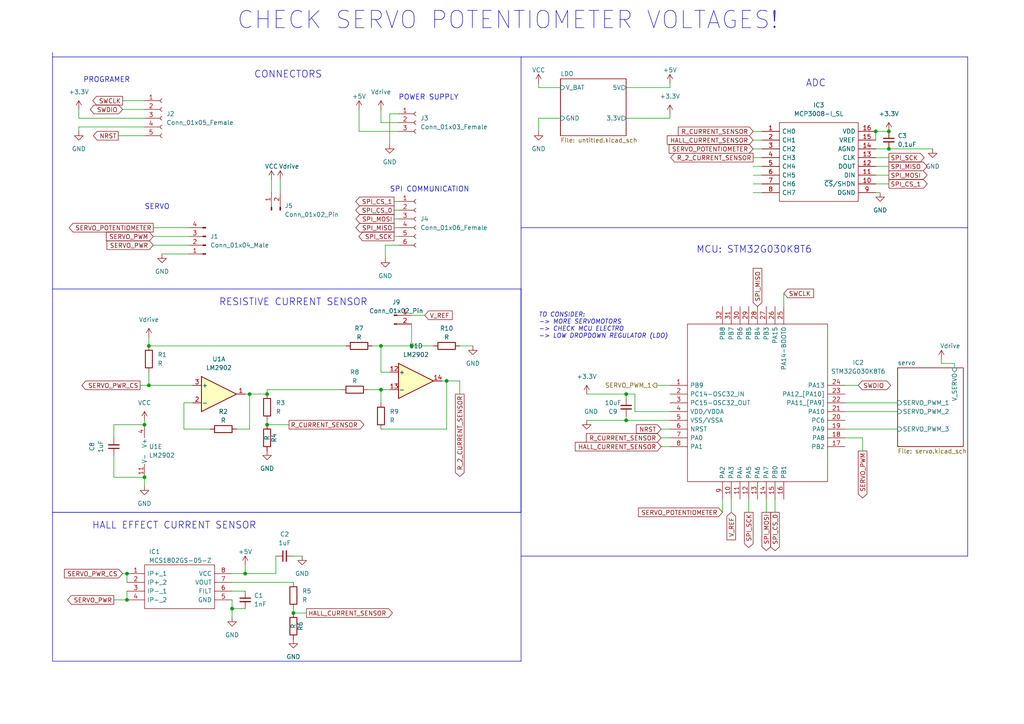
<source format=kicad_sch>
(kicad_sch (version 20230121) (generator eeschema)
  (paper "A4")
  (lib_symbols
    (symbol "Amplifier_Operational:LM2902" (pin_names (offset 0.127))
      (property "Reference" "U" (at 0 5.08 0))
      (property "Value" "LM2902" (at 0 -5.08 0))
      (symbol "LM2902_1_1"
        (polyline (pts (xy -5.08 5.08) (xy 5.08 0) (xy -5.08 -5.08) (xy -5.08 5.08)) (stroke (width 0.254)) (fill (type background)))
        (pin output line (at 7.62 0 180) (length 2.54) (name "~") (number "1"))
        (pin input line (at -7.62 -2.54 0) (length 2.54) (name "-") (number "2"))
        (pin input line (at -7.62 2.54 0) (length 2.54) (name "+") (number "3"))
      )
      (symbol "LM2902_2_1"
        (polyline (pts (xy -5.08 5.08) (xy 5.08 0) (xy -5.08 -5.08) (xy -5.08 5.08)) (stroke (width 0.254)) (fill (type background)))
        (pin input line (at -7.62 2.54 0) (length 2.54) (name "+") (number "5"))
        (pin input line (at -7.62 -2.54 0) (length 2.54) (name "-") (number "6"))
        (pin output line (at 7.62 0 180) (length 2.54) (name "~") (number "7"))
      )
      (symbol "LM2902_3_1"
        (polyline (pts (xy -5.08 5.08) (xy 5.08 0) (xy -5.08 -5.08) (xy -5.08 5.08)) (stroke (width 0.254)) (fill (type background)))
        (pin input line (at -7.62 2.54 0) (length 2.54) (name "+") (number "10"))
        (pin output line (at 7.62 0 180) (length 2.54) (name "~") (number "8"))
        (pin input line (at -7.62 -2.54 0) (length 2.54) (name "-") (number "9"))
      )
      (symbol "LM2902_4_1"
        (polyline (pts (xy -5.08 5.08) (xy 5.08 0) (xy -5.08 -5.08) (xy -5.08 5.08)) (stroke (width 0.254)) (fill (type background)))
        (pin input line (at -7.62 2.54 0) (length 2.54) (name "+") (number "12"))
        (pin input line (at -7.62 -2.54 0) (length 2.54) (name "-") (number "13"))
        (pin output line (at 7.62 0 180) (length 2.54) (name "~") (number "14"))
      )
      (symbol "LM2902_5_1"
        (pin power_in line (at -2.54 -7.62 90) (length 3.81) (name "V-") (number "11"))
        (pin power_in line (at -2.54 7.62 270) (length 3.81) (name "V+") (number "4"))
      )
    )
    (symbol "Connector:Conn_01x02_Pin" (pin_names (offset 1.016) hide)
      (property "Reference" "J" (at 0 2.54 0))
      (property "Value" "Conn_01x02_Pin" (at 0 -5.08 0))
      (symbol "Conn_01x02_Pin_1_1"
        (polyline (pts (xy 1.27 -2.54) (xy 0.8636 -2.54)) (stroke (width 0.1524)))
        (polyline (pts (xy 1.27 0) (xy 0.8636 0)) (stroke (width 0.1524)))
        (rectangle (start 0.8636 -2.413) (end 0 -2.667) (stroke (width 0.1524)) (fill (type outline)))
        (rectangle (start 0.8636 0.127) (end 0 -0.127) (stroke (width 0.1524)) (fill (type outline)))
        (pin passive line (at 5.08 0 180) (length 3.81) (name "Pin_1") (number "1"))
        (pin passive line (at 5.08 -2.54 180) (length 3.81) (name "Pin_2") (number "2"))
      )
    )
    (symbol "Connector:Conn_01x03_Female" (pin_names (offset 1.016) hide)
      (property "Reference" "J" (at 0 5.08 0))
      (property "Value" "Conn_01x03_Female" (at 0 -5.08 0))
      (symbol "Conn_01x03_Female_1_1"
        (arc (start 0 -2.032) (mid -0.5058 -2.54) (end 0 -3.048) (stroke (width 0.1524)))
        (polyline (pts (xy -1.27 -2.54) (xy -0.508 -2.54)) (stroke (width 0.1524)))
        (polyline (pts (xy -1.27 0) (xy -0.508 0)) (stroke (width 0.1524)))
        (polyline (pts (xy -1.27 2.54) (xy -0.508 2.54)) (stroke (width 0.1524)))
        (arc (start 0 0.508) (mid -0.5058 0) (end 0 -0.508) (stroke (width 0.1524)))
        (arc (start 0 3.048) (mid -0.5058 2.54) (end 0 2.032) (stroke (width 0.1524)))
        (pin passive line (at -5.08 2.54 0) (length 3.81) (name "Pin_1") (number "1"))
        (pin passive line (at -5.08 0 0) (length 3.81) (name "Pin_2") (number "2"))
        (pin passive line (at -5.08 -2.54 0) (length 3.81) (name "Pin_3") (number "3"))
      )
    )
    (symbol "Connector:Conn_01x04_Male" (pin_names (offset 1.016) hide)
      (property "Reference" "J" (at 0 5.08 0))
      (property "Value" "Conn_01x04_Male" (at 0 -7.62 0))
      (symbol "Conn_01x04_Male_1_1"
        (polyline (pts (xy 1.27 -5.08) (xy 0.8636 -5.08)) (stroke (width 0.1524)))
        (polyline (pts (xy 1.27 -2.54) (xy 0.8636 -2.54)) (stroke (width 0.1524)))
        (polyline (pts (xy 1.27 0) (xy 0.8636 0)) (stroke (width 0.1524)))
        (polyline (pts (xy 1.27 2.54) (xy 0.8636 2.54)) (stroke (width 0.1524)))
        (rectangle (start 0.8636 -4.953) (end 0 -5.207) (stroke (width 0.1524)) (fill (type outline)))
        (rectangle (start 0.8636 -2.413) (end 0 -2.667) (stroke (width 0.1524)) (fill (type outline)))
        (rectangle (start 0.8636 0.127) (end 0 -0.127) (stroke (width 0.1524)) (fill (type outline)))
        (rectangle (start 0.8636 2.667) (end 0 2.413) (stroke (width 0.1524)) (fill (type outline)))
        (pin passive line (at 5.08 2.54 180) (length 3.81) (name "Pin_1") (number "1"))
        (pin passive line (at 5.08 0 180) (length 3.81) (name "Pin_2") (number "2"))
        (pin passive line (at 5.08 -2.54 180) (length 3.81) (name "Pin_3") (number "3"))
        (pin passive line (at 5.08 -5.08 180) (length 3.81) (name "Pin_4") (number "4"))
      )
    )
    (symbol "Connector:Conn_01x05_Female" (pin_names (offset 1.016) hide)
      (property "Reference" "J" (at 0 7.62 0))
      (property "Value" "Conn_01x05_Female" (at 0 -7.62 0))
      (symbol "Conn_01x05_Female_1_1"
        (arc (start 0 -4.572) (mid -0.5058 -5.08) (end 0 -5.588) (stroke (width 0.1524)))
        (arc (start 0 -2.032) (mid -0.5058 -2.54) (end 0 -3.048) (stroke (width 0.1524)))
        (polyline (pts (xy -1.27 -5.08) (xy -0.508 -5.08)) (stroke (width 0.1524)))
        (polyline (pts (xy -1.27 -2.54) (xy -0.508 -2.54)) (stroke (width 0.1524)))
        (polyline (pts (xy -1.27 0) (xy -0.508 0)) (stroke (width 0.1524)))
        (polyline (pts (xy -1.27 2.54) (xy -0.508 2.54)) (stroke (width 0.1524)))
        (polyline (pts (xy -1.27 5.08) (xy -0.508 5.08)) (stroke (width 0.1524)))
        (arc (start 0 0.508) (mid -0.5058 0) (end 0 -0.508) (stroke (width 0.1524)))
        (arc (start 0 3.048) (mid -0.5058 2.54) (end 0 2.032) (stroke (width 0.1524)))
        (arc (start 0 5.588) (mid -0.5058 5.08) (end 0 4.572) (stroke (width 0.1524)))
        (pin passive line (at -5.08 5.08 0) (length 3.81) (name "Pin_1") (number "1"))
        (pin passive line (at -5.08 2.54 0) (length 3.81) (name "Pin_2") (number "2"))
        (pin passive line (at -5.08 0 0) (length 3.81) (name "Pin_3") (number "3"))
        (pin passive line (at -5.08 -2.54 0) (length 3.81) (name "Pin_4") (number "4"))
        (pin passive line (at -5.08 -5.08 0) (length 3.81) (name "Pin_5") (number "5"))
      )
    )
    (symbol "Connector:Conn_01x06_Female" (pin_names (offset 1.016) hide)
      (property "Reference" "J" (at 0 7.62 0))
      (property "Value" "Conn_01x06_Female" (at 0 -10.16 0))
      (symbol "Conn_01x06_Female_1_1"
        (arc (start 0 -7.112) (mid -0.5058 -7.62) (end 0 -8.128) (stroke (width 0.1524)))
        (arc (start 0 -4.572) (mid -0.5058 -5.08) (end 0 -5.588) (stroke (width 0.1524)))
        (arc (start 0 -2.032) (mid -0.5058 -2.54) (end 0 -3.048) (stroke (width 0.1524)))
        (polyline (pts (xy -1.27 -7.62) (xy -0.508 -7.62)) (stroke (width 0.1524)))
        (polyline (pts (xy -1.27 -5.08) (xy -0.508 -5.08)) (stroke (width 0.1524)))
        (polyline (pts (xy -1.27 -2.54) (xy -0.508 -2.54)) (stroke (width 0.1524)))
        (polyline (pts (xy -1.27 0) (xy -0.508 0)) (stroke (width 0.1524)))
        (polyline (pts (xy -1.27 2.54) (xy -0.508 2.54)) (stroke (width 0.1524)))
        (polyline (pts (xy -1.27 5.08) (xy -0.508 5.08)) (stroke (width 0.1524)))
        (arc (start 0 0.508) (mid -0.5058 0) (end 0 -0.508) (stroke (width 0.1524)))
        (arc (start 0 3.048) (mid -0.5058 2.54) (end 0 2.032) (stroke (width 0.1524)))
        (arc (start 0 5.588) (mid -0.5058 5.08) (end 0 4.572) (stroke (width 0.1524)))
        (pin passive line (at -5.08 5.08 0) (length 3.81) (name "Pin_1") (number "1"))
        (pin passive line (at -5.08 2.54 0) (length 3.81) (name "Pin_2") (number "2"))
        (pin passive line (at -5.08 0 0) (length 3.81) (name "Pin_3") (number "3"))
        (pin passive line (at -5.08 -2.54 0) (length 3.81) (name "Pin_4") (number "4"))
        (pin passive line (at -5.08 -5.08 0) (length 3.81) (name "Pin_5") (number "5"))
        (pin passive line (at -5.08 -7.62 0) (length 3.81) (name "Pin_6") (number "6"))
      )
    )
    (symbol "Device:C_Small" (pin_numbers hide) (pin_names (offset 0.254) hide)
      (property "Reference" "C" (at 0.254 1.778 0))
      (property "Value" "C_Small" (at 0.254 -2.032 0))
      (symbol "C_Small_0_1"
        (polyline (pts (xy -1.524 -0.508) (xy 1.524 -0.508)) (stroke (width 0.3302)))
        (polyline (pts (xy -1.524 0.508) (xy 1.524 0.508)) (stroke (width 0.3048)))
      )
      (symbol "C_Small_1_1"
        (pin passive line (at 0 2.54 270) (length 2.032) (name "~") (number "1"))
        (pin passive line (at 0 -2.54 90) (length 2.032) (name "~") (number "2"))
      )
    )
    (symbol "Device:R" (pin_numbers hide) (pin_names (offset 0))
      (property "Reference" "R" (at 2.032 0 90))
      (property "Value" "R" (at 0 0 90))
      (symbol "R_0_1"
        (rectangle (start -1.016 -2.54) (end 1.016 2.54) (stroke (width 0.254)))
      )
      (symbol "R_1_1"
        (pin passive line (at 0 3.81 270) (length 1.27) (name "~") (number "1"))
        (pin passive line (at 0 -3.81 90) (length 1.27) (name "~") (number "2"))
      )
    )
    (symbol "MCP3008-I_SL:MCP3008-I_SL" (pin_names (offset 0.762))
      (property "Reference" "IC" (at 29.21 7.62 0))
      (property "Value" "MCP3008-I_SL" (at 29.21 5.08 0))
      (symbol "MCP3008-I_SL_0_0"
        (pin passive line (at 0 0 0) (length 5.08) (name "CH0") (number "1"))
        (pin passive line (at 33.02 -15.24 180) (length 5.08) (name "~{CS}/SHDN") (number "10"))
        (pin passive line (at 33.02 -12.7 180) (length 5.08) (name "DIN") (number "11"))
        (pin passive line (at 33.02 -10.16 180) (length 5.08) (name "DOUT") (number "12"))
        (pin passive line (at 33.02 -7.62 180) (length 5.08) (name "CLK") (number "13"))
        (pin passive line (at 33.02 -5.08 180) (length 5.08) (name "AGND") (number "14"))
        (pin passive line (at 33.02 -2.54 180) (length 5.08) (name "VREF") (number "15"))
        (pin passive line (at 33.02 0 180) (length 5.08) (name "VDD") (number "16"))
        (pin passive line (at 0 -2.54 0) (length 5.08) (name "CH1") (number "2"))
        (pin passive line (at 0 -5.08 0) (length 5.08) (name "CH2") (number "3"))
        (pin passive line (at 0 -7.62 0) (length 5.08) (name "CH3") (number "4"))
        (pin passive line (at 0 -10.16 0) (length 5.08) (name "CH4") (number "5"))
        (pin passive line (at 0 -12.7 0) (length 5.08) (name "CH5") (number "6"))
        (pin passive line (at 0 -15.24 0) (length 5.08) (name "CH6") (number "7"))
        (pin passive line (at 0 -17.78 0) (length 5.08) (name "CH7") (number "8"))
        (pin passive line (at 33.02 -17.78 180) (length 5.08) (name "DGND") (number "9"))
      )
      (symbol "MCP3008-I_SL_0_1"
        (polyline (pts (xy 5.08 2.54) (xy 27.94 2.54) (xy 27.94 -20.32) (xy 5.08 -20.32) (xy 5.08 2.54)) (stroke (width 0.1524)))
      )
    )
    (symbol "MCS1802GS-05-Z:MCS1802GS-05-Z" (pin_names (offset 0.762))
      (property "Reference" "IC" (at 26.67 7.62 0))
      (property "Value" "MCS1802GS-05-Z" (at 26.67 5.08 0))
      (symbol "MCS1802GS-05-Z_0_0"
        (pin passive line (at 0 0 0) (length 5.08) (name "IP+_1") (number "1"))
        (pin passive line (at 0 -2.54 0) (length 5.08) (name "IP+_2") (number "2"))
        (pin passive line (at 0 -5.08 0) (length 5.08) (name "IP-_1") (number "3"))
        (pin passive line (at 0 -7.62 0) (length 5.08) (name "IP-_2") (number "4"))
        (pin passive line (at 30.48 -7.62 180) (length 5.08) (name "GND") (number "5"))
        (pin passive line (at 30.48 -5.08 180) (length 5.08) (name "FILT") (number "6"))
        (pin passive line (at 30.48 -2.54 180) (length 5.08) (name "VOUT") (number "7"))
        (pin passive line (at 30.48 0 180) (length 5.08) (name "VCC") (number "8"))
      )
      (symbol "MCS1802GS-05-Z_0_1"
        (polyline (pts (xy 5.08 2.54) (xy 25.4 2.54) (xy 25.4 -10.16) (xy 5.08 -10.16) (xy 5.08 2.54)) (stroke (width 0.1524)))
      )
    )
    (symbol "STM32G030K8T6:STM32G030K8T6" (pin_names (offset 0.762))
      (property "Reference" "IC" (at 46.99 22.86 0))
      (property "Value" "STM32G030K8T6" (at 46.99 20.32 0))
      (symbol "STM32G030K8T6_0_0"
        (pin passive line (at 0 0 0) (length 5.08) (name "PB9") (number "1"))
        (pin passive line (at 17.78 -33.02 90) (length 5.08) (name "PA3") (number "10"))
        (pin passive line (at 20.32 -33.02 90) (length 5.08) (name "PA4") (number "11"))
        (pin passive line (at 22.86 -33.02 90) (length 5.08) (name "PA5") (number "12"))
        (pin passive line (at 25.4 -33.02 90) (length 5.08) (name "PA6") (number "13"))
        (pin passive line (at 27.94 -33.02 90) (length 5.08) (name "PA7") (number "14"))
        (pin passive line (at 30.48 -33.02 90) (length 5.08) (name "PB0") (number "15"))
        (pin passive line (at 33.02 -33.02 90) (length 5.08) (name "PB1") (number "16"))
        (pin passive line (at 50.8 -17.78 180) (length 5.08) (name "PB2") (number "17"))
        (pin passive line (at 50.8 -15.24 180) (length 5.08) (name "PA8") (number "18"))
        (pin passive line (at 50.8 -12.7 180) (length 5.08) (name "PA9") (number "19"))
        (pin passive line (at 0 -2.54 0) (length 5.08) (name "PC14-OSC32_IN") (number "2"))
        (pin passive line (at 50.8 -10.16 180) (length 5.08) (name "PC6") (number "20"))
        (pin passive line (at 50.8 -7.62 180) (length 5.08) (name "PA10") (number "21"))
        (pin passive line (at 50.8 -5.08 180) (length 5.08) (name "PA11_[PA9]") (number "22"))
        (pin passive line (at 50.8 -2.54 180) (length 5.08) (name "PA12_[PA10]") (number "23"))
        (pin passive line (at 50.8 0 180) (length 5.08) (name "PA13") (number "24"))
        (pin passive line (at 33.02 22.86 270) (length 5.08) (name "PA14-BOOT0") (number "25"))
        (pin passive line (at 30.48 22.86 270) (length 5.08) (name "PA15") (number "26"))
        (pin passive line (at 27.94 22.86 270) (length 5.08) (name "PB3") (number "27"))
        (pin passive line (at 25.4 22.86 270) (length 5.08) (name "PB4") (number "28"))
        (pin passive line (at 22.86 22.86 270) (length 5.08) (name "PB5") (number "29"))
        (pin passive line (at 0 -5.08 0) (length 5.08) (name "PC15-OSC32_OUT") (number "3"))
        (pin passive line (at 20.32 22.86 270) (length 5.08) (name "PB6") (number "30"))
        (pin passive line (at 17.78 22.86 270) (length 5.08) (name "PB7") (number "31"))
        (pin passive line (at 15.24 22.86 270) (length 5.08) (name "PB8") (number "32"))
        (pin passive line (at 0 -7.62 0) (length 5.08) (name "VDD/VDDA") (number "4"))
        (pin passive line (at 0 -10.16 0) (length 5.08) (name "VSS/VSSA") (number "5"))
        (pin passive line (at 0 -12.7 0) (length 5.08) (name "NRST") (number "6"))
        (pin passive line (at 0 -15.24 0) (length 5.08) (name "PA0") (number "7"))
        (pin passive line (at 0 -17.78 0) (length 5.08) (name "PA1") (number "8"))
        (pin passive line (at 15.24 -33.02 90) (length 5.08) (name "PA2") (number "9"))
      )
      (symbol "STM32G030K8T6_0_1"
        (polyline (pts (xy 5.08 17.78) (xy 45.72 17.78) (xy 45.72 -27.94) (xy 5.08 -27.94) (xy 5.08 17.78)) (stroke (width 0.1524)))
      )
    )
    (symbol "VCC_1" (power) (pin_names (offset 0))
      (property "Value" "VCC_1" (at 0 3.81 0))
      (symbol "VCC_1_0_1"
        (polyline (pts (xy -0.762 1.27) (xy 0 2.54)))
        (polyline (pts (xy 0 0) (xy 0 2.54)))
        (polyline (pts (xy 0 2.54) (xy 0.762 1.27)))
      )
      (symbol "VCC_1_1_1"
        (pin power_in line (at 0 0 90) (length 0) hide (name "VCC") (number "1"))
      )
    )
    (symbol "power:+3.3V" (power) (pin_names (offset 0))
      (property "Value" "+3.3V" (at 0 3.556 0))
      (symbol "+3.3V_0_1"
        (polyline (pts (xy -0.762 1.27) (xy 0 2.54)))
        (polyline (pts (xy 0 0) (xy 0 2.54)))
        (polyline (pts (xy 0 2.54) (xy 0.762 1.27)))
      )
      (symbol "+3.3V_1_1"
        (pin power_in line (at 0 0 90) (length 0) hide (name "+3.3V") (number "1"))
      )
    )
    (symbol "power:+5V" (power) (pin_names (offset 0))
      (property "Value" "+5V" (at 0 3.556 0))
      (symbol "+5V_0_1"
        (polyline (pts (xy -0.762 1.27) (xy 0 2.54)))
        (polyline (pts (xy 0 0) (xy 0 2.54)))
        (polyline (pts (xy 0 2.54) (xy 0.762 1.27)))
      )
      (symbol "+5V_1_1"
        (pin power_in line (at 0 0 90) (length 0) hide (name "+5V") (number "1"))
      )
    )
    (symbol "power:GND" (power) (pin_names (offset 0))
      (property "Value" "GND" (at 0 -3.81 0))
      (symbol "GND_0_1"
        (polyline (pts (xy 0 0) (xy 0 -1.27) (xy 1.27 -1.27) (xy 0 -2.54) (xy -1.27 -1.27) (xy 0 -1.27)))
      )
      (symbol "GND_1_1"
        (pin power_in line (at 0 0 270) (length 0) hide (name "GND") (number "1"))
      )
    )
    (symbol "power:VCC" (power) (pin_names (offset 0))
      (property "Value" "VCC" (at 0 3.81 0))
      (symbol "VCC_0_1"
        (polyline (pts (xy -0.762 1.27) (xy 0 2.54)))
        (polyline (pts (xy 0 0) (xy 0 2.54)))
        (polyline (pts (xy 0 2.54) (xy 0.762 1.27)))
      )
      (symbol "VCC_1_1"
        (pin power_in line (at 0 0 90) (length 0) hide (name "VCC") (number "1"))
      )
    )
    (symbol "power:Vdrive" (power) (pin_names (offset 0))
      (property "Value" "Vdrive" (at 0 3.81 0))
      (symbol "Vdrive_0_1"
        (polyline (pts (xy -0.762 1.27) (xy 0 2.54)))
        (polyline (pts (xy 0 0) (xy 0 2.54)))
        (polyline (pts (xy 0 2.54) (xy 0.762 1.27)))
      )
      (symbol "Vdrive_1_1"
        (pin power_in line (at 0 0 90) (length 0) hide (name "Vdrive") (number "1"))
      )
    )
  )
  (junction (at 254 38.1))
  (junction (at 36.83 166.37))
  (junction (at 77.47 114.3))
  (junction (at 43.18 100.33))
  (junction (at 67.31 176.53))
  (junction (at 77.47 123.19))
  (junction (at 85.09 177.8))
  (junction (at 41.91 138.43))
  (junction (at 43.18 111.76))
  (junction (at 110.49 100.33))
  (junction (at 71.12 166.37))
  (junction (at 36.83 173.99))
  (junction (at 181.61 114.3))
  (junction (at 181.61 121.92))
  (junction (at 119.38 100.33))
  (junction (at 41.91 123.19))
  (junction (at 72.39 114.3))
  (junction (at 257.81 43.18))
  (junction (at 257.81 38.1))
  (junction (at 110.49 113.03))
  (junction (at 129.54 110.49))
  (wire (pts (xy 67.31 171.45) (xy 71.12 171.45)))
  (wire (pts (xy 106.68 113.03) (xy 110.49 113.03)))
  (wire (pts (xy 114.3 60.96) (xy 115.57 60.96)))
  (wire (pts (xy 181.61 120.65) (xy 181.61 121.92)))
  (wire (pts (xy 128.27 110.49) (xy 129.54 110.49)))
  (wire (pts (xy 77.47 123.19) (xy 77.47 121.92)))
  (wire (pts (xy 257.81 43.18) (xy 270.51 43.18)))
  (wire (pts (xy 218.44 50.8) (xy 220.98 50.8)))
  (wire (pts (xy 224.79 148.59) (xy 224.79 144.78)))
  (polyline (pts (xy 15.24 16.51) (xy 151.13 16.51)))
  (wire (pts (xy 104.14 38.1) (xy 115.57 38.1)))
  (wire (pts (xy 245.11 116.84) (xy 260.35 116.84)))
  (wire (pts (xy 44.45 66.04) (xy 54.61 66.04)))
  (wire (pts (xy 170.18 121.92) (xy 181.61 121.92)))
  (wire (pts (xy 222.25 148.59) (xy 222.25 144.78)))
  (wire (pts (xy 71.12 166.37) (xy 80.01 166.37)))
  (wire (pts (xy 54.61 68.58) (xy 44.45 68.58)))
  (wire (pts (xy 115.57 35.56) (xy 110.49 35.56)))
  (wire (pts (xy 67.31 179.07) (xy 67.31 176.53)))
  (wire (pts (xy 99.06 113.03) (xy 77.47 113.03)))
  (wire (pts (xy 34.29 39.37) (xy 41.91 39.37)))
  (polyline (pts (xy 151.13 83.82) (xy 15.24 83.82)))
  (wire (pts (xy 113.03 33.02) (xy 113.03 41.91)))
  (wire (pts (xy 119.38 93.98) (xy 119.38 100.33)))
  (wire (pts (xy 85.09 177.8) (xy 88.9 177.8)))
  (wire (pts (xy 35.56 29.21) (xy 41.91 29.21)))
  (wire (pts (xy 111.76 71.12) (xy 111.76 74.93)))
  (wire (pts (xy 33.02 132.08) (xy 33.02 138.43)))
  (wire (pts (xy 67.31 176.53) (xy 67.31 173.99)))
  (wire (pts (xy 257.81 45.72) (xy 254 45.72)))
  (wire (pts (xy 78.74 52.07) (xy 78.74 55.88)))
  (wire (pts (xy 54.61 71.12) (xy 44.45 71.12)))
  (wire (pts (xy 191.77 129.54) (xy 194.31 129.54)))
  (wire (pts (xy 72.39 114.3) (xy 77.47 114.3)))
  (wire (pts (xy 100.33 100.33) (xy 43.18 100.33)))
  (wire (pts (xy 254 38.1) (xy 254 40.64)))
  (polyline (pts (xy 151.13 191.77) (xy 15.24 191.77)))
  (wire (pts (xy 190.5 111.76) (xy 194.31 111.76)))
  (wire (pts (xy 218.44 43.18) (xy 220.98 43.18)))
  (polyline (pts (xy 151.13 148.59) (xy 151.13 191.77)))
  (wire (pts (xy 71.12 163.83) (xy 71.12 166.37)))
  (wire (pts (xy 129.54 124.46) (xy 129.54 110.49)))
  (wire (pts (xy 53.34 124.46) (xy 60.96 124.46)))
  (wire (pts (xy 276.86 105.41) (xy 276.86 106.68)))
  (wire (pts (xy 156.21 25.4) (xy 162.56 25.4)))
  (wire (pts (xy 110.49 100.33) (xy 110.49 107.95)))
  (wire (pts (xy 111.76 71.12) (xy 115.57 71.12)))
  (wire (pts (xy 133.35 110.49) (xy 133.35 114.3)))
  (polyline (pts (xy 280.67 161.29) (xy 280.67 66.04)))
  (wire (pts (xy 67.31 176.53) (xy 71.12 176.53)))
  (wire (pts (xy 72.39 114.3) (xy 71.12 114.3)))
  (wire (pts (xy 67.31 166.37) (xy 71.12 166.37)))
  (wire (pts (xy 114.3 58.42) (xy 115.57 58.42)))
  (polyline (pts (xy 280.67 66.04) (xy 151.13 66.04)))
  (wire (pts (xy 257.81 48.26) (xy 254 48.26)))
  (wire (pts (xy 156.21 24.13) (xy 156.21 25.4)))
  (wire (pts (xy 114.3 66.04) (xy 115.57 66.04)))
  (wire (pts (xy 67.31 168.91) (xy 85.09 168.91)))
  (wire (pts (xy 217.17 148.59) (xy 217.17 144.78)))
  (wire (pts (xy 218.44 55.88) (xy 220.98 55.88)))
  (wire (pts (xy 170.18 114.3) (xy 181.61 114.3)))
  (polyline (pts (xy 151.13 161.29) (xy 280.67 161.29)))
  (wire (pts (xy 22.86 34.29) (xy 41.91 34.29)))
  (wire (pts (xy 41.91 140.97) (xy 41.91 138.43)))
  (wire (pts (xy 248.92 111.76) (xy 245.11 111.76)))
  (wire (pts (xy 125.73 100.33) (xy 119.38 100.33)))
  (wire (pts (xy 110.49 107.95) (xy 113.03 107.95)))
  (wire (pts (xy 80.01 161.29) (xy 80.01 166.37)))
  (wire (pts (xy 36.83 171.45) (xy 36.83 173.99)))
  (wire (pts (xy 33.02 138.43) (xy 41.91 138.43)))
  (wire (pts (xy 273.05 105.41) (xy 276.86 105.41)))
  (wire (pts (xy 218.44 38.1) (xy 220.98 38.1)))
  (wire (pts (xy 257.81 53.34) (xy 254 53.34)))
  (wire (pts (xy 72.39 124.46) (xy 72.39 114.3)))
  (wire (pts (xy 191.77 127) (xy 194.31 127)))
  (wire (pts (xy 218.44 53.34) (xy 220.98 53.34)))
  (wire (pts (xy 119.38 100.33) (xy 110.49 100.33)))
  (wire (pts (xy 245.11 127) (xy 250.19 127)))
  (wire (pts (xy 85.09 177.8) (xy 85.09 176.53)))
  (wire (pts (xy 156.21 34.29) (xy 156.21 38.1)))
  (wire (pts (xy 68.58 124.46) (xy 72.39 124.46)))
  (wire (pts (xy 43.18 111.76) (xy 55.88 111.76)))
  (wire (pts (xy 33.02 123.19) (xy 33.02 127)))
  (wire (pts (xy 137.16 100.33) (xy 133.35 100.33)))
  (wire (pts (xy 77.47 113.03) (xy 77.47 114.3)))
  (polyline (pts (xy 15.24 191.77) (xy 15.24 148.59)))
  (polyline (pts (xy 15.24 148.59) (xy 151.13 148.59)))
  (wire (pts (xy 181.61 121.92) (xy 194.31 121.92)))
  (wire (pts (xy 36.83 166.37) (xy 36.83 168.91)))
  (wire (pts (xy 250.19 127) (xy 250.19 130.81)))
  (wire (pts (xy 194.31 24.13) (xy 194.31 25.4)))
  (wire (pts (xy 41.91 121.92) (xy 41.91 123.19)))
  (wire (pts (xy 110.49 124.46) (xy 129.54 124.46)))
  (wire (pts (xy 22.86 36.83) (xy 41.91 36.83)))
  (wire (pts (xy 218.44 48.26) (xy 220.98 48.26)))
  (wire (pts (xy 227.33 85.09) (xy 227.33 88.9)))
  (polyline (pts (xy 280.67 16.51) (xy 280.67 66.04)))
  (wire (pts (xy 107.95 100.33) (xy 110.49 100.33)))
  (wire (pts (xy 35.56 31.75) (xy 41.91 31.75)))
  (wire (pts (xy 184.15 119.38) (xy 194.31 119.38)))
  (wire (pts (xy 22.86 34.29) (xy 22.86 31.75)))
  (wire (pts (xy 115.57 33.02) (xy 113.03 33.02)))
  (wire (pts (xy 33.02 173.99) (xy 36.83 173.99)))
  (wire (pts (xy 245.11 119.38) (xy 260.35 119.38)))
  (wire (pts (xy 43.18 107.95) (xy 43.18 111.76)))
  (wire (pts (xy 245.11 124.46) (xy 260.35 124.46)))
  (wire (pts (xy 194.31 33.02) (xy 194.31 34.29)))
  (wire (pts (xy 22.86 36.83) (xy 22.86 38.1)))
  (wire (pts (xy 110.49 113.03) (xy 113.03 113.03)))
  (wire (pts (xy 257.81 50.8) (xy 254 50.8)))
  (wire (pts (xy 218.44 45.72) (xy 220.98 45.72)))
  (wire (pts (xy 209.55 148.59) (xy 209.55 144.78)))
  (polyline (pts (xy 15.24 15.24) (xy 15.24 148.59)))
  (polyline (pts (xy 151.13 148.59) (xy 151.13 16.51)))
  (wire (pts (xy 218.44 40.64) (xy 220.98 40.64)))
  (wire (pts (xy 254 55.88) (xy 255.27 55.88)))
  (wire (pts (xy 254 38.1) (xy 257.81 38.1)))
  (wire (pts (xy 81.28 52.07) (xy 81.28 55.88)))
  (wire (pts (xy 53.34 116.84) (xy 53.34 124.46)))
  (wire (pts (xy 114.3 63.5) (xy 115.57 63.5)))
  (wire (pts (xy 110.49 31.75) (xy 110.49 35.56)))
  (polyline (pts (xy 151.13 16.51) (xy 280.67 16.51)))
  (wire (pts (xy 55.88 116.84) (xy 53.34 116.84)))
  (wire (pts (xy 43.18 100.33) (xy 43.18 97.79)))
  (wire (pts (xy 119.38 91.44) (xy 123.19 91.44)))
  (wire (pts (xy 85.09 161.29) (xy 87.63 161.29)))
  (wire (pts (xy 254 43.18) (xy 257.81 43.18)))
  (wire (pts (xy 184.15 114.3) (xy 184.15 119.38)))
  (wire (pts (xy 114.3 68.58) (xy 115.57 68.58)))
  (wire (pts (xy 191.77 124.46) (xy 194.31 124.46)))
  (wire (pts (xy 77.47 123.19) (xy 83.82 123.19)))
  (wire (pts (xy 181.61 34.29) (xy 194.31 34.29)))
  (wire (pts (xy 181.61 114.3) (xy 184.15 114.3)))
  (wire (pts (xy 40.64 111.76) (xy 43.18 111.76)))
  (wire (pts (xy 156.21 34.29) (xy 162.56 34.29)))
  (wire (pts (xy 181.61 25.4) (xy 194.31 25.4)))
  (wire (pts (xy 181.61 114.3) (xy 181.61 115.57)))
  (polyline (pts (xy 15.24 148.59) (xy 151.13 148.59)))
  (wire (pts (xy 46.99 73.66) (xy 54.61 73.66)))
  (wire (pts (xy 33.02 123.19) (xy 41.91 123.19)))
  (polyline (pts (xy 151.13 148.59) (xy 151.13 83.82)))
  (wire (pts (xy 104.14 31.75) (xy 104.14 38.1)))
  (wire (pts (xy 35.56 166.37) (xy 36.83 166.37)))
  (wire (pts (xy 129.54 110.49) (xy 133.35 110.49)))
  (wire (pts (xy 110.49 116.84) (xy 110.49 113.03)))
  (wire (pts (xy 273.05 104.14) (xy 273.05 105.41)))
  (wire (pts (xy 212.09 144.78) (xy 212.09 148.59)))
  (text "HALL EFFECT CURRENT SENSOR" (at 26.67 153.67 0) (effects (font (size 2 2)) (justify left bottom)))
  (text "POWER SUPPLY" (at 115.57 29.21 0) (effects (font (size 1.5 1.5)) (justify left bottom)))
  (text "MCU: STM32G030K8T6" (at 201.93 73.66 0) (effects (font (size 2 2)) (justify left bottom)))
  (text "SERVO" (at 41.91 60.96 0) (effects (font (size 1.5 1.5)) (justify left bottom)))
  (text "RESISTIVE CURRENT SENSOR" (at 63.5 88.9 0) (effects (font (size 2 2)) (justify left bottom)))
  (text "PROGRAMER" (at 24.13 24.13 0) (effects (font (size 1.5 1.5)) (justify left bottom)))
  (text "ADC\n" (at 233.68 25.4 0) (effects (font (size 2 2)) (justify left bottom)))
  (text "TO CONSIDER:\n-> MORE SERVOMOTORS\n-> CHECK MCU ELECTRO\n-> LOW DROPDOWN REGULATOR (LDO)\n " (at 156.21 100.33 0) (effects (font (size 1.27 1.27) italic) (justify left bottom)))
  (text "CHECK SERVO POTENTIOMETER VOLTAGES!" (at 68.58 8.89 0) (effects (font (size 5 5)) (justify left bottom)))
  (text "SPI COMMUNICATION" (at 113.03 55.88 0) (effects (font (size 1.5 1.5)) (justify left bottom)))
  (text "CONNECTORS\n" (at 73.66 22.86 0) (effects (font (size 2 2)) (justify left bottom)))
  (global_label "SERVO_PWM" (shape input) (at 44.45 68.58 180) (property "Intersheetrefs" "${INTERSHEET_REFS}" (effects hide)))
  (global_label "HALL_CURRENT_SENSOR" (shape output) (at 88.9 177.8 0) (property "Intersheetrefs" "${INTERSHEET_REFS}" (effects hide)))
  (global_label "SERVO_PWR" (shape input) (at 44.45 71.12 180) (property "Intersheetrefs" "${INTERSHEET_REFS}" (effects hide)))
  (global_label "SERVO_PWR_CS" (shape input) (at 35.56 166.37 180) (property "Intersheetrefs" "${INTERSHEET_REFS}" (effects hide)))
  (global_label "R_CURRENT_SENSOR" (shape output) (at 83.82 123.19 0) (property "Intersheetrefs" "${INTERSHEET_REFS}" (effects hide)))
  (global_label "SPI_MISO" (shape output) (at 257.81 48.26 0) (property "Intersheetrefs" "${INTERSHEET_REFS}" (effects hide)))
  (global_label "SWCLK" (shape input) (at 227.33 85.09 0) (property "Intersheetrefs" "${INTERSHEET_REFS}" (effects hide)))
  (global_label "R_2_CURRENT_SENSOR" (shape output) (at 133.35 114.3 270) (property "Intersheetrefs" "${INTERSHEET_REFS}" (effects hide)))
  (global_label "SWCLK" (shape output) (at 35.56 29.21 180) (property "Intersheetrefs" "${INTERSHEET_REFS}" (effects hide)))
  (global_label "SPI_MOSI" (shape output) (at 222.25 148.59 270) (property "Intersheetrefs" "${INTERSHEET_REFS}" (effects hide)))
  (global_label "SPI_MOSI" (shape output) (at 257.81 50.8 0) (property "Intersheetrefs" "${INTERSHEET_REFS}" (effects hide)))
  (global_label "SPI_SCK" (shape output) (at 257.81 45.72 0) (property "Intersheetrefs" "${INTERSHEET_REFS}" (effects hide)))
  (global_label "SWDIO" (shape bidirectional) (at 35.56 31.75 180) (property "Intersheetrefs" "${INTERSHEET_REFS}" (effects hide)))
  (global_label "NRST" (shape output) (at 34.29 39.37 180) (property "Intersheetrefs" "${INTERSHEET_REFS}" (effects hide)))
  (global_label "SPI_MOSI" (shape output) (at 114.3 63.5 180) (property "Intersheetrefs" "${INTERSHEET_REFS}" (effects hide)))
  (global_label "HALL_CURRENT_SENSOR" (shape input) (at 191.77 129.54 180) (property "Intersheetrefs" "${INTERSHEET_REFS}" (effects hide)))
  (global_label "V_REF" (shape input) (at 212.09 148.59 270) (property "Intersheetrefs" "${INTERSHEET_REFS}" (effects hide)))
  (global_label "R_2_CURRENT_SENSOR" (shape output) (at 218.44 45.72 180) (property "Intersheetrefs" "${INTERSHEET_REFS}" (effects hide)))
  (global_label "SERVO_POTENTIOMETER" (shape output) (at 44.45 66.04 180) (property "Intersheetrefs" "${INTERSHEET_REFS}" (effects hide)))
  (global_label "SERVO_POTENTIOMETER" (shape input) (at 209.55 148.59 180) (property "Intersheetrefs" "${INTERSHEET_REFS}" (effects hide)))
  (global_label "SERVO_PWM" (shape output) (at 250.19 130.81 270) (property "Intersheetrefs" "${INTERSHEET_REFS}" (effects hide)))
  (global_label "SPI_MISO" (shape input) (at 219.71 88.9 90) (property "Intersheetrefs" "${INTERSHEET_REFS}" (effects hide)))
  (global_label "SPI_SCK" (shape output) (at 114.3 68.58 180) (property "Intersheetrefs" "${INTERSHEET_REFS}" (effects hide)))
  (global_label "SPI_MISO" (shape output) (at 114.3 66.04 180) (property "Intersheetrefs" "${INTERSHEET_REFS}" (effects hide)))
  (global_label "SPI_SCK" (shape output) (at 217.17 148.59 270) (property "Intersheetrefs" "${INTERSHEET_REFS}" (effects hide)))
  (global_label "SERVO_POTENTIOMETER" (shape input) (at 218.44 43.18 180) (property "Intersheetrefs" "${INTERSHEET_REFS}" (effects hide)))
  (global_label "SPI_CS_0" (shape output) (at 114.3 60.96 180) (property "Intersheetrefs" "${INTERSHEET_REFS}" (effects hide)))
  (global_label "SPI_CS_0" (shape output) (at 224.79 148.59 270) (property "Intersheetrefs" "${INTERSHEET_REFS}" (effects hide)))
  (global_label "SERVO_PWR_CS" (shape output) (at 40.64 111.76 180) (property "Intersheetrefs" "${INTERSHEET_REFS}" (effects hide)))
  (global_label "R_CURRENT_SENSOR" (shape input) (at 191.77 127 180) (property "Intersheetrefs" "${INTERSHEET_REFS}" (effects hide)))
  (global_label "V_REF" (shape input) (at 123.19 91.44 0) (property "Intersheetrefs" "${INTERSHEET_REFS}" (effects hide)))
  (global_label "SPI_CS_1" (shape output) (at 114.3 58.42 180) (property "Intersheetrefs" "${INTERSHEET_REFS}" (effects hide)))
  (global_label "SPI_CS_1" (shape output) (at 257.81 53.34 0) (property "Intersheetrefs" "${INTERSHEET_REFS}" (effects hide)))
  (global_label "NRST" (shape input) (at 191.77 124.46 180) (property "Intersheetrefs" "${INTERSHEET_REFS}" (effects hide)))
  (global_label "SERVO_PWR" (shape output) (at 33.02 173.99 180) (property "Intersheetrefs" "${INTERSHEET_REFS}" (effects hide)))
  (global_label "HALL_CURRENT_SENSOR" (shape input) (at 218.44 40.64 180) (property "Intersheetrefs" "${INTERSHEET_REFS}" (effects hide)))
  (global_label "R_CURRENT_SENSOR" (shape input) (at 218.44 38.1 180) (property "Intersheetrefs" "${INTERSHEET_REFS}" (effects hide)))
  (global_label "SWDIO" (shape bidirectional) (at 248.92 111.76 0) (property "Intersheetrefs" "${INTERSHEET_REFS}" (effects hide)))
  (hierarchical_label "SERVO_PWM_1" (shape output) (at 190.5 111.76 180))
  (symbol (lib_id "Device:R") (at 64.77 124.46 90) (unit 1)
    (property "Reference" "R2" (at 64.77 119.38 90))
    (property "Value" "R" (at 64.77 121.92 90))
    (property "Footprint" "Resistor_SMD:R_1206_3216Metric" (effects hide))
  )
  (symbol (lib_id "power:VCC") (at 41.91 121.92 0) (unit 1)
    (property "Reference" "#PWR03" (effects hide))
    (property "Value" "VCC" (at 41.91 116.84 0))
  )
  (symbol (lib_id "Connector:Conn_01x02_Pin") (at 114.3 91.44 0) (unit 1)
    (property "Reference" "J9" (at 114.935 87.63 0))
    (property "Value" "Conn_01x02_Pin" (at 114.935 90.17 0))
    (property "Footprint" "Connector_PinHeader_2.54mm:PinHeader_1x02_P2.54mm_Vertical" (effects hide))
  )
  (symbol (lib_id "power:GND") (at 111.76 74.93 0) (unit 1)
    (property "Reference" "#PWR014" (effects hide))
    (property "Value" "GND" (at 111.76 80.01 0))
  )
  (symbol (lib_id "power:+5V") (at 104.14 31.75 0) (unit 1)
    (property "Reference" "#PWR013" (effects hide))
    (property "Value" "+5V" (at 104.14 27.94 0))
  )
  (symbol (lib_id "Device:C_Small") (at 71.12 173.99 0) (unit 1)
    (property "Reference" "C1" (at 73.66 172.7262 0) (effects (justify left)))
    (property "Value" "1nF" (at 73.66 175.2662 0) (effects (justify left)))
    (property "Footprint" "Capacitor_SMD:C_0805_2012Metric_Pad1.18x1.45mm_HandSolder" (effects hide))
  )
  (symbol (lib_id "power:+5V") (at 194.31 24.13 0) (unit 1)
    (property "Reference" "#PWR026" (effects hide))
    (property "Value" "+5V" (at 194.31 20.32 0))
  )
  (symbol (lib_id "Device:R") (at 110.49 120.65 0) (unit 1)
    (property "Reference" "R9" (at 113.03 119.3799 0) (effects (justify left)))
    (property "Value" "R" (at 113.03 121.9199 0) (effects (justify left)))
    (property "Footprint" "Resistor_SMD:R_1206_3216Metric" (effects hide))
  )
  (symbol (lib_id "power:+3.3V") (at 194.31 33.02 0) (unit 1)
    (property "Reference" "#PWR027" (effects hide))
    (property "Value" "+3.3V" (at 194.31 27.94 0))
  )
  (symbol (lib_id "Device:R") (at 85.09 181.61 0) (unit 1)
    (property "Reference" "R6" (at 87.122 181.61 90))
    (property "Value" "R" (at 85.09 181.61 90))
    (property "Footprint" "Resistor_SMD:R_1206_3216Metric" (effects hide))
  )
  (symbol (lib_id "Device:C_Small") (at 33.02 129.54 180) (unit 1)
    (property "Reference" "C8" (at 26.67 129.5337 90))
    (property "Value" "1uF" (at 29.21 129.5337 90))
    (property "Footprint" "Capacitor_SMD:C_0805_2012Metric_Pad1.18x1.45mm_HandSolder" (effects hide))
  )
  (symbol (lib_id "power:+5V") (at 71.12 163.83 0) (unit 1)
    (property "Reference" "#PWR08" (effects hide))
    (property "Value" "+5V" (at 71.12 160.02 0))
  )
  (symbol (lib_id "power:GND") (at 113.03 41.91 0) (unit 1)
    (property "Reference" "#PWR015" (effects hide))
    (property "Value" "GND" (at 113.03 46.99 0))
  )
  (symbol (lib_id "power:GND") (at 67.31 179.07 0) (unit 1)
    (property "Reference" "#PWR07" (effects hide))
    (property "Value" "GND" (at 67.31 184.15 0))
  )
  (symbol (lib_id "power:GND") (at 46.99 73.66 0) (unit 1)
    (property "Reference" "#PWR06" (effects hide))
    (property "Value" "GND" (at 46.99 78.74 0))
  )
  (symbol (lib_id "Device:R") (at 77.47 118.11 0) (unit 1)
    (property "Reference" "R3" (at 80.01 116.8399 0) (effects (justify left)))
    (property "Value" "R" (at 80.01 119.3799 0) (effects (justify left)))
    (property "Footprint" "Resistor_SMD:R_1206_3216Metric" (effects hide))
  )
  (symbol (lib_id "power:Vdrive") (at 81.28 52.07 0) (unit 1)
    (property "Reference" "#PWR022" (effects hide))
    (property "Value" "Vdrive" (at 83.82 48.26 0))
  )
  (symbol (lib_id "power:GND") (at 270.51 43.18 0) (unit 1)
    (property "Reference" "#PWR020" (effects hide))
    (property "Value" "GND" (at 270.51 48.26 0))
  )
  (symbol (lib_id "Amplifier_Operational:LM2902") (at 44.45 130.81 0) (unit 5)
    (property "Reference" "U1" (at 43.18 129.5399 0) (effects (justify left)))
    (property "Value" "LM2902" (at 43.18 132.0799 0) (effects (justify left)))
    (property "Footprint" "Package_SO:SOIC-14_3.9x8.7mm_P1.27mm" (effects hide))
    (property "Datasheet" "http://www.ti.com/lit/ds/symlink/lm2902-n.pdf" (effects hide))
  )
  (symbol (lib_id "Device:C_Small") (at 82.55 161.29 90) (unit 1)
    (property "Reference" "C2" (at 82.5563 154.94 90))
    (property "Value" "1uF" (at 82.5563 157.48 90))
    (property "Footprint" "Capacitor_SMD:C_0805_2012Metric_Pad1.18x1.45mm_HandSolder" (effects hide))
  )
  (symbol (lib_id "Connector:Conn_01x05_Female") (at 46.99 34.29 0) (unit 1)
    (property "Reference" "J2" (at 48.26 33.0199 0) (effects (justify left)))
    (property "Value" "Conn_01x05_Female" (at 48.26 35.5599 0) (effects (justify left)))
    (property "Footprint" "Connector_PinSocket_2.54mm:PinSocket_1x05_P2.54mm_Vertical" (effects hide))
  )
  (symbol (lib_id "Device:C_Small") (at 181.61 118.11 180) (unit 1)
    (property "Reference" "C9" (at 177.8 119.38 0))
    (property "Value" "10uF" (at 177.8 116.84 0))
    (property "Footprint" "Capacitor_SMD:C_0805_2012Metric_Pad1.18x1.45mm_HandSolder" (effects hide))
  )
  (symbol (lib_id "power:GND") (at 41.91 140.97 0) (unit 1)
    (property "Reference" "#PWR04" (effects hide))
    (property "Value" "GND" (at 41.91 146.05 0))
  )
  (symbol (lib_id "Device:R") (at 77.47 127 0) (unit 1)
    (property "Reference" "R4" (at 79.502 127 90))
    (property "Value" "R" (at 77.47 127 90))
    (property "Footprint" "Resistor_SMD:R_1206_3216Metric" (effects hide))
  )
  (symbol (lib_id "power:GND") (at 77.47 130.81 0) (unit 1)
    (property "Reference" "#PWR09" (effects hide))
    (property "Value" "GND" (at 77.47 135.89 0))
  )
  (symbol (lib_id "Connector:Conn_01x04_Male") (at 59.69 71.12 180) (unit 1)
    (property "Reference" "J1" (at 60.96 68.5799 0) (effects (justify right)))
    (property "Value" "Conn_01x04_Male" (at 60.96 71.1199 0) (effects (justify right)))
    (property "Footprint" "Connector_PinHeader_2.54mm:PinHeader_1x04_P2.54mm_Vertical" (effects hide))
  )
  (symbol (lib_id "power:GND") (at 85.09 185.42 0) (unit 1)
    (property "Reference" "#PWR010" (effects hide))
    (property "Value" "GND" (at 85.09 190.5 0))
  )
  (symbol (lib_id "Device:R") (at 129.54 100.33 90) (unit 1)
    (property "Reference" "R10" (at 129.54 95.25 90))
    (property "Value" "R" (at 129.54 97.79 90))
    (property "Footprint" "Resistor_SMD:R_1206_3216Metric" (effects hide))
  )
  (symbol (lib_id "power:GND") (at 87.63 161.29 0) (unit 1)
    (property "Reference" "#PWR011" (effects hide))
    (property "Value" "GND" (at 87.63 166.37 0))
  )
  (symbol (lib_id "power:Vdrive") (at 273.05 104.14 0) (unit 1)
    (property "Reference" "#PWR029" (effects hide))
    (property "Value" "Vdrive" (at 275.59 100.33 0))
  )
  (symbol (lib_id "MCS1802GS-05-Z:MCS1802GS-05-Z") (at 36.83 166.37 0) (unit 1)
    (property "Reference" "IC1" (at 43.18 160.02 0) (effects (justify left)))
    (property "Value" "MCS1802GS-05-Z" (at 43.18 162.56 0) (effects (justify left)))
    (property "Footprint" "Package_SO:SOIC-8_5.275x5.275mm_P1.27mm" (effects hide))
    (property "Datasheet" "https://www.monolithicpower.com/en/documentview/productdocument/index/version/2/document_type/Datasheet/lang/en/sku/MCS1802/document_id/5066/" (effects hide))
    (property "Description" "Cost Effective Hall Effect-Based Linear Current Sensor IC" (effects hide))
    (property "Height" "1.75" (effects hide))
    (property "Manufacturer_Name" "Monolithic Power Systems (MPS)" (effects hide))
    (property "Manufacturer_Part_Number" "MCS1802GS-05-Z" (effects hide))
    (property "Mouser Part Number" "946-MCS1802GS-05-Z" (effects hide))
    (property "Mouser Price/Stock" "https://www.mouser.co.uk/ProductDetail/Monolithic-Power-Systems-MPS/MCS1802GS-05-Z?qs=GedFDFLaBXGwRTfq6Fu%252BTQ%3D%3D" (effects hide))
  )
  (symbol (lib_id "power:GND") (at 137.16 100.33 0) (unit 1)
    (property "Reference" "#PWR023" (effects hide))
    (property "Value" "GND" (at 137.16 105.41 0))
  )
  (symbol (lib_id "power:GND") (at 156.21 38.1 0) (unit 1)
    (property "Reference" "#PWR025" (effects hide))
    (property "Value" "GND" (at 156.21 43.18 0))
  )
  (symbol (lib_id "power:Vdrive") (at 110.49 31.75 0) (unit 1)
    (property "Reference" "#PWR012" (effects hide))
    (property "Value" "Vdrive" (at 110.49 26.67 0))
  )
  (symbol (lib_id "STM32G030K8T6:STM32G030K8T6") (at 194.31 111.76 0) (unit 1)
    (property "Reference" "IC2" (at 248.92 105.1812 0))
    (property "Value" "STM32G030K8T6" (at 248.92 107.7212 0))
    (property "Footprint" "Package_QFP:LQFP-32_7x7mm_P0.8mm" (effects hide))
    (property "Datasheet" "https://www.st.com/resource/en/datasheet/stm32g030k8.pdf" (effects hide))
    (property "Description" "ARM Microcontrollers - MCU" (effects hide))
    (property "Height" "1.6" (effects hide))
    (property "Manufacturer_Name" "STMicroelectronics" (effects hide))
    (property "Manufacturer_Part_Number" "STM32G030K8T6" (effects hide))
    (property "Mouser Part Number" "511-STM32G030K8T6" (effects hide))
    (property "Mouser Price/Stock" "https://www.mouser.co.uk/ProductDetail/STMicroelectronics/STM32G030K8T6?qs=uwxL4vQweFNI0iEefyN2tQ%3D%3D" (effects hide))
    (property "Arrow Part Number" "STM32G030K8T6" (effects hide))
    (property "Arrow Price/Stock" "https://www.arrow.com/en/products/stm32g030k8t6/stmicroelectronics?region=nac" (effects hide))
  )
  (symbol (lib_id "power:Vdrive") (at 43.18 97.79 0) (unit 1)
    (property "Reference" "#PWR05" (effects hide))
    (property "Value" "Vdrive" (at 43.18 92.71 0))
  )
  (symbol (lib_id "Device:R") (at 102.87 113.03 90) (unit 1)
    (property "Reference" "R8" (at 102.87 107.95 90))
    (property "Value" "R" (at 102.87 110.49 90))
    (property "Footprint" "Resistor_THT:R_Axial_DIN0204_L3.6mm_D1.6mm_P7.62mm_Horizontal" (effects hide))
  )
  (symbol (lib_id "Connector:Conn_01x06_Female") (at 120.65 63.5 0) (unit 1)
    (property "Reference" "J4" (at 121.92 63.4999 0) (effects (justify left)))
    (property "Value" "Conn_01x06_Female" (at 121.92 66.0399 0) (effects (justify left)))
    (property "Footprint" "Connector_PinSocket_2.54mm:PinSocket_1x06_P2.54mm_Vertical" (effects hide))
  )
  (symbol (lib_id "Device:R") (at 104.14 100.33 90) (unit 1)
    (property "Reference" "R7" (at 104.14 95.25 90))
    (property "Value" "R" (at 104.14 97.79 90))
    (property "Footprint" "Resistor_THT:R_Axial_DIN0204_L3.6mm_D1.6mm_P7.62mm_Horizontal" (effects hide))
  )
  (symbol (lib_id "MCP3008-I_SL:MCP3008-I_SL") (at 220.98 38.1 0) (unit 1)
    (property "Reference" "IC3" (at 237.49 30.48 0))
    (property "Value" "MCP3008-I_SL" (at 237.49 33.02 0))
    (property "Footprint" "Package_SO:SOIC-16_3.9x9.9mm_P1.27mm" (effects hide))
    (property "Datasheet" "https://datasheet.datasheetarchive.com/originals/distributors/Datasheets-DGA17/1031059.pdf" (effects hide))
    (property "Description" "10-bit ADC, 8-channel, SPI Microchip MCP3008-I/SL, 10 bit Serial ADC, Differential Input, 16-Pin SOIC" (effects hide))
    (property "Height" "1.75" (effects hide))
    (property "Manufacturer_Name" "Microchip" (effects hide))
    (property "Manufacturer_Part_Number" "MCP3008-I/SL" (effects hide))
    (property "Mouser Part Number" "579-MCP3008-I/SL" (effects hide))
    (property "Mouser Price/Stock" "https://www.mouser.co.uk/ProductDetail/Microchip-Technology-Atmel/MCP3008-I-SL?qs=BYQkrObauiuZK6Atf%2FfReA%3D%3D" (effects hide))
    (property "Arrow Part Number" "MCP3008-I/SL" (effects hide))
    (property "Arrow Price/Stock" "https://www.arrow.com/en/products/mcp3008-isl/microchip-technology?region=europe" (effects hide))
  )
  (symbol (lib_name "VCC_1") (lib_id "power:VCC") (at 78.74 52.07 0) (unit 1)
    (property "Reference" "#PWR021" (effects hide))
    (property "Value" "VCC" (at 78.74 48.26 0))
  )
  (symbol (lib_name "VCC_1") (lib_id "power:VCC") (at 156.21 24.13 0) (unit 1)
    (property "Reference" "#PWR024" (effects hide))
    (property "Value" "VCC" (at 156.21 20.32 0))
  )
  (symbol (lib_id "power:GND") (at 255.27 55.88 0) (unit 1)
    (property "Reference" "#PWR018" (effects hide))
    (property "Value" "GND" (at 255.27 60.96 0))
  )
  (symbol (lib_id "Device:C_Small") (at 257.81 40.64 0) (unit 1)
    (property "Reference" "C3" (at 260.35 39.3762 0) (effects (justify left)))
    (property "Value" "0,1uF" (at 260.35 41.9162 0) (effects (justify left)))
    (property "Footprint" "Capacitor_SMD:C_0805_2012Metric_Pad1.18x1.45mm_HandSolder" (effects hide))
  )
  (symbol (lib_id "power:+3.3V") (at 22.86 31.75 0) (unit 1)
    (property "Reference" "#PWR01" (effects hide))
    (property "Value" "+3.3V" (at 22.86 26.67 0))
  )
  (symbol (lib_id "power:GND") (at 22.86 38.1 0) (unit 1)
    (property "Reference" "#PWR02" (effects hide))
    (property "Value" "GND" (at 22.86 43.18 0))
  )
  (symbol (lib_id "Device:R") (at 85.09 172.72 0) (unit 1)
    (property "Reference" "R5" (at 87.63 171.4499 0) (effects (justify left)))
    (property "Value" "R" (at 87.63 173.9899 0) (effects (justify left)))
    (property "Footprint" "Resistor_SMD:R_1206_3216Metric" (effects hide))
  )
  (symbol (lib_id "Amplifier_Operational:LM2902") (at 63.5 114.3 0) (unit 1)
    (property "Reference" "U1" (at 63.5 104.14 0))
    (property "Value" "LM2902" (at 63.5 106.68 0))
    (property "Footprint" "Package_SO:SOIC-14_3.9x8.7mm_P1.27mm" (effects hide))
    (property "Datasheet" "http://www.ti.com/lit/ds/symlink/lm2902-n.pdf" (effects hide))
  )
  (symbol (lib_id "Amplifier_Operational:LM2902") (at 120.65 110.49 0) (unit 4)
    (property "Reference" "U1" (at 120.65 100.33 0))
    (property "Value" "LM2902" (at 120.65 102.87 0))
    (property "Footprint" "Package_SO:SOIC-14_3.9x8.7mm_P1.27mm" (effects hide))
    (property "Datasheet" "http://www.ti.com/lit/ds/symlink/lm2902-n.pdf" (effects hide))
  )
  (symbol (lib_id "Device:R") (at 43.18 104.14 0) (unit 1)
    (property "Reference" "R1" (at 45.72 102.8699 0) (effects (justify left)))
    (property "Value" "R" (at 45.72 105.4099 0) (effects (justify left)))
    (property "Footprint" "Resistor_SMD:R_1206_3216Metric" (effects hide))
  )
  (symbol (lib_id "Connector:Conn_01x02_Pin") (at 78.74 60.96 90) (unit 1)
    (property "Reference" "J5" (at 82.55 59.69 90) (effects (justify right)))
    (property "Value" "Conn_01x02_Pin" (at 82.55 62.23 90) (effects (justify right)))
    (property "Footprint" "Connector_PinHeader_2.54mm:PinHeader_1x02_P2.54mm_Vertical" (effects hide))
  )
  (symbol (lib_id "power:+3.3V") (at 170.18 114.3 0) (unit 1)
    (property "Reference" "#PWR017" (effects hide))
    (property "Value" "+3.3V" (at 170.18 109.22 0))
  )
  (symbol (lib_id "power:+3.3V") (at 257.81 38.1 0) (unit 1)
    (property "Reference" "#PWR019" (effects hide))
    (property "Value" "+3.3V" (at 257.81 33.02 0))
  )
  (symbol (lib_id "Connector:Conn_01x03_Female") (at 120.65 35.56 0) (unit 1)
    (property "Reference" "J3" (at 121.92 34.2899 0) (effects (justify left)))
    (property "Value" "Conn_01x03_Female" (at 121.92 36.8299 0) (effects (justify left)))
    (property "Footprint" "Connector_PinSocket_2.54mm:PinSocket_1x03_P2.54mm_Vertical" (effects hide))
  )
  (symbol (lib_id "power:GND") (at 170.18 121.92 0) (unit 1)
    (property "Reference" "#PWR016" (effects hide))
    (property "Value" "GND" (at 171.45 119.38 0))
  )
  (sheet (at 162.56 22.86) (size 19.05 16.51) (stroke (width 0.1524))
    (property "Sheetname" "LDO" (at 162.56 22.1484 0) (effects (justify left bottom)))
    (property "Sheetfile" "untitled.kicad_sch" (at 162.56 39.9546 0) (effects (justify left top)))
    (pin "GND" input (at 162.56 34.29 180))
    (pin "5V" output (at 181.61 25.4 0))
    (pin "V_BAT" input (at 162.56 25.4 180))
    (pin "3.3V" output (at 181.61 34.29 0))
  )
  (sheet (at 260.35 106.68) (size 19.05 22.86) (stroke (width 0.1524))
    (property "Sheetname" "servo" (at 260.35 105.9684 0) (effects (justify left bottom)))
    (property "Sheetfile" "servo.kicad_sch" (at 260.35 130.1246 0) (effects (justify left top)))
    (pin "SERVO_PWM_2" input (at 260.35 119.38 180))
    (pin "SERVO_PWM_1" input (at 260.35 116.84 180))
    (pin "V_SERVO" input (at 276.86 106.68 90))
    (pin "SERVO_PWM_3" input (at 260.35 124.46 180))
  )
)
</source>
